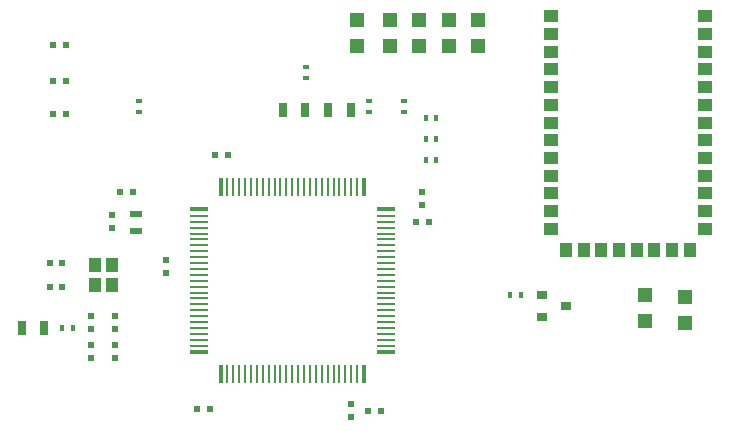
<source format=gtp>
G04 #@! TF.GenerationSoftware,KiCad,Pcbnew,(5.0.0)*
G04 #@! TF.CreationDate,2018-10-31T15:25:37+01:00*
G04 #@! TF.ProjectId,Digital,4469676974616C2E6B696361645F7063,rev?*
G04 #@! TF.SameCoordinates,Original*
G04 #@! TF.FileFunction,Paste,Top*
G04 #@! TF.FilePolarity,Positive*
%FSLAX46Y46*%
G04 Gerber Fmt 4.6, Leading zero omitted, Abs format (unit mm)*
G04 Created by KiCad (PCBNEW (5.0.0)) date 10/31/18 15:25:37*
%MOMM*%
%LPD*%
G01*
G04 APERTURE LIST*
%ADD10R,1.100000X0.600000*%
%ADD11R,1.200000X1.200000*%
%ADD12R,0.400000X0.600000*%
%ADD13R,0.600000X0.400000*%
%ADD14R,0.700000X1.300000*%
%ADD15R,1.500000X0.400000*%
%ADD16R,1.500000X0.280000*%
%ADD17R,0.400000X1.500000*%
%ADD18R,0.280000X1.500000*%
%ADD19R,0.500000X0.600000*%
%ADD20R,0.600000X0.500000*%
%ADD21R,1.000000X1.150000*%
%ADD22R,0.900000X0.800000*%
%ADD23R,1.000000X1.300000*%
%ADD24R,1.300000X1.000000*%
G04 APERTURE END LIST*
D10*
G04 #@! TO.C,Y2*
X140750000Y-87350000D03*
X140750000Y-88750000D03*
G04 #@! TD*
D11*
G04 #@! TO.C,O*
X162250000Y-70900000D03*
X162250000Y-73100000D03*
G04 #@! TD*
G04 #@! TO.C,G*
X169750000Y-73100000D03*
X169750000Y-70900000D03*
G04 #@! TD*
G04 #@! TO.C,R*
X167250000Y-70900000D03*
X167250000Y-73100000D03*
G04 #@! TD*
G04 #@! TO.C,Y*
X159500000Y-73100000D03*
X159500000Y-70900000D03*
G04 #@! TD*
G04 #@! TO.C,B*
X164750000Y-70900000D03*
X164750000Y-73100000D03*
G04 #@! TD*
D12*
G04 #@! TO.C,R7*
X166200000Y-82750000D03*
X165300000Y-82750000D03*
G04 #@! TD*
G04 #@! TO.C,R8*
X165300000Y-81000000D03*
X166200000Y-81000000D03*
G04 #@! TD*
G04 #@! TO.C,R9*
X166200000Y-79250000D03*
X165300000Y-79250000D03*
G04 #@! TD*
D13*
G04 #@! TO.C,R10*
X163500000Y-78700000D03*
X163500000Y-77800000D03*
G04 #@! TD*
G04 #@! TO.C,R11*
X160500000Y-77800000D03*
X160500000Y-78700000D03*
G04 #@! TD*
D14*
G04 #@! TO.C,R2*
X155120000Y-78550000D03*
X153220000Y-78550000D03*
G04 #@! TD*
G04 #@! TO.C,R3*
X158940000Y-78520000D03*
X157040000Y-78520000D03*
G04 #@! TD*
D15*
G04 #@! TO.C,U1*
X161900000Y-86940000D03*
D16*
X161900000Y-87500000D03*
X161900000Y-88000000D03*
X161900000Y-88500000D03*
X161900000Y-89000000D03*
X161900000Y-89500000D03*
X161900000Y-90000000D03*
X161900000Y-90500000D03*
X161900000Y-91000000D03*
X161900000Y-91500000D03*
X161900000Y-92000000D03*
X161900000Y-92500000D03*
X161900000Y-93000000D03*
X161900000Y-93500000D03*
X161900000Y-94000000D03*
X161900000Y-94500000D03*
X161900000Y-95000000D03*
X161900000Y-95500000D03*
X161900000Y-96000000D03*
X161900000Y-96500000D03*
X161900000Y-97000000D03*
X161900000Y-97500000D03*
X161900000Y-98000000D03*
X161900000Y-98500000D03*
D15*
X161900000Y-99060000D03*
X146100000Y-86940000D03*
D16*
X146100000Y-87500000D03*
X146100000Y-88000000D03*
X146100000Y-88500000D03*
X146100000Y-89000000D03*
X146100000Y-89500000D03*
X146100000Y-90000000D03*
X146100000Y-90500000D03*
X146100000Y-91000000D03*
X146100000Y-91500000D03*
X146100000Y-92000000D03*
X146100000Y-92500000D03*
X146100000Y-93000000D03*
X146100000Y-93500000D03*
X146100000Y-94000000D03*
X146100000Y-94500000D03*
X146100000Y-95000000D03*
X146100000Y-95500000D03*
X146100000Y-96000000D03*
X146100000Y-96500000D03*
X146100000Y-97000000D03*
X146100000Y-97500000D03*
X146100000Y-98000000D03*
X146100000Y-98500000D03*
D15*
X146100000Y-99060000D03*
D17*
X147940000Y-100900000D03*
D18*
X148500000Y-100900000D03*
X149000000Y-100900000D03*
X149500000Y-100900000D03*
X150000000Y-100900000D03*
X150500000Y-100900000D03*
X151000000Y-100900000D03*
X151500000Y-100900000D03*
X152000000Y-100900000D03*
X152500000Y-100900000D03*
X153000000Y-100900000D03*
X153500000Y-100900000D03*
X154000000Y-100900000D03*
X154500000Y-100900000D03*
X155000000Y-100900000D03*
X155500000Y-100900000D03*
X156000000Y-100900000D03*
X156500000Y-100900000D03*
X157000000Y-100900000D03*
X157500000Y-100900000D03*
X158000000Y-100900000D03*
X158500000Y-100900000D03*
X159000000Y-100900000D03*
X159500000Y-100900000D03*
D17*
X160060000Y-100900000D03*
X160060000Y-85100000D03*
D18*
X159500000Y-85100000D03*
X159000000Y-85100000D03*
X158500000Y-85100000D03*
X158000000Y-85100000D03*
X157500000Y-85100000D03*
X157000000Y-85100000D03*
X156500000Y-85100000D03*
X156000000Y-85100000D03*
X155500000Y-85100000D03*
X155000000Y-85100000D03*
X154500000Y-85100000D03*
X154000000Y-85100000D03*
X153500000Y-85100000D03*
X153000000Y-85100000D03*
X152500000Y-85100000D03*
X152000000Y-85100000D03*
X151500000Y-85100000D03*
X151000000Y-85100000D03*
X150500000Y-85100000D03*
X150000000Y-85100000D03*
X149500000Y-85100000D03*
X149000000Y-85100000D03*
X148500000Y-85100000D03*
D17*
X147940000Y-85100000D03*
G04 #@! TD*
D19*
G04 #@! TO.C,C8*
X159000000Y-104550000D03*
X159000000Y-103450000D03*
G04 #@! TD*
G04 #@! TO.C,C17*
X165000000Y-85450000D03*
X165000000Y-86550000D03*
G04 #@! TD*
G04 #@! TO.C,C16*
X143320000Y-91260000D03*
X143320000Y-92360000D03*
G04 #@! TD*
D20*
G04 #@! TO.C,C15*
X133765000Y-73005000D03*
X134865000Y-73005000D03*
G04 #@! TD*
G04 #@! TO.C,C14*
X134865000Y-76045000D03*
X133765000Y-76045000D03*
G04 #@! TD*
G04 #@! TO.C,C13*
X161550000Y-104000000D03*
X160450000Y-104000000D03*
G04 #@! TD*
G04 #@! TO.C,C12*
X134865000Y-78855000D03*
X133765000Y-78855000D03*
G04 #@! TD*
G04 #@! TO.C,C11*
X147470000Y-82310000D03*
X148570000Y-82310000D03*
G04 #@! TD*
G04 #@! TO.C,C18*
X145980000Y-103820000D03*
X147080000Y-103820000D03*
G04 #@! TD*
G04 #@! TO.C,C7*
X164450000Y-88000000D03*
X165550000Y-88000000D03*
G04 #@! TD*
G04 #@! TO.C,C6*
X133450000Y-93500000D03*
X134550000Y-93500000D03*
G04 #@! TD*
G04 #@! TO.C,C5*
X134550000Y-91500000D03*
X133450000Y-91500000D03*
G04 #@! TD*
D19*
G04 #@! TO.C,C4*
X139000000Y-95950000D03*
X139000000Y-97050000D03*
G04 #@! TD*
G04 #@! TO.C,C3*
X137000000Y-97050000D03*
X137000000Y-95950000D03*
G04 #@! TD*
G04 #@! TO.C,C2*
X137000000Y-98450000D03*
X137000000Y-99550000D03*
G04 #@! TD*
G04 #@! TO.C,C1*
X139000000Y-99550000D03*
X139000000Y-98450000D03*
G04 #@! TD*
D20*
G04 #@! TO.C,C9*
X140500000Y-85500000D03*
X139400000Y-85500000D03*
G04 #@! TD*
D19*
G04 #@! TO.C,C10*
X138750000Y-87400000D03*
X138750000Y-88500000D03*
G04 #@! TD*
D21*
G04 #@! TO.C,Y1*
X138700000Y-91625000D03*
X138700000Y-93375000D03*
X137300000Y-93375000D03*
X137300000Y-91625000D03*
G04 #@! TD*
D14*
G04 #@! TO.C,L1*
X132980000Y-96980000D03*
X131080000Y-96980000D03*
G04 #@! TD*
D11*
G04 #@! TO.C,D1*
X187220000Y-94380000D03*
X187220000Y-96580000D03*
G04 #@! TD*
G04 #@! TO.C,D2*
X183850000Y-96400000D03*
X183850000Y-94200000D03*
G04 #@! TD*
D13*
G04 #@! TO.C,R5*
X141020000Y-78680000D03*
X141020000Y-77780000D03*
G04 #@! TD*
D12*
G04 #@! TO.C,R6*
X172470000Y-94180000D03*
X173370000Y-94180000D03*
G04 #@! TD*
G04 #@! TO.C,R1*
X135450000Y-97000000D03*
X134550000Y-97000000D03*
G04 #@! TD*
D13*
G04 #@! TO.C,R4*
X155160000Y-74920000D03*
X155160000Y-75820000D03*
G04 #@! TD*
D22*
G04 #@! TO.C,Q1*
X177170000Y-95150000D03*
X175170000Y-96100000D03*
X175170000Y-94200000D03*
G04 #@! TD*
D23*
G04 #@! TO.C,U2*
X181670000Y-90410000D03*
X177170000Y-90410000D03*
X178670000Y-90410000D03*
X180170000Y-90410000D03*
X183170000Y-90410000D03*
X184670000Y-90410000D03*
X186170000Y-90410000D03*
X187670000Y-90410000D03*
D24*
X188920000Y-88610000D03*
X188920000Y-87110000D03*
X188920000Y-85610000D03*
X188920000Y-84110000D03*
X188920000Y-82610000D03*
X188920000Y-81110000D03*
X188920000Y-79610000D03*
X188920000Y-78110000D03*
X188920000Y-76610000D03*
X188920000Y-75110000D03*
X188920000Y-73610000D03*
X188920000Y-72110000D03*
X188920000Y-70610000D03*
X175920000Y-70610000D03*
X175920000Y-72110000D03*
X175920000Y-73610000D03*
X175920000Y-75110000D03*
X175920000Y-76610000D03*
X175920000Y-78110000D03*
X175920000Y-79610000D03*
X175920000Y-81110000D03*
X175920000Y-82610000D03*
X175920000Y-84110000D03*
X175920000Y-85610000D03*
X175920000Y-87110000D03*
X175920000Y-88610000D03*
G04 #@! TD*
M02*

</source>
